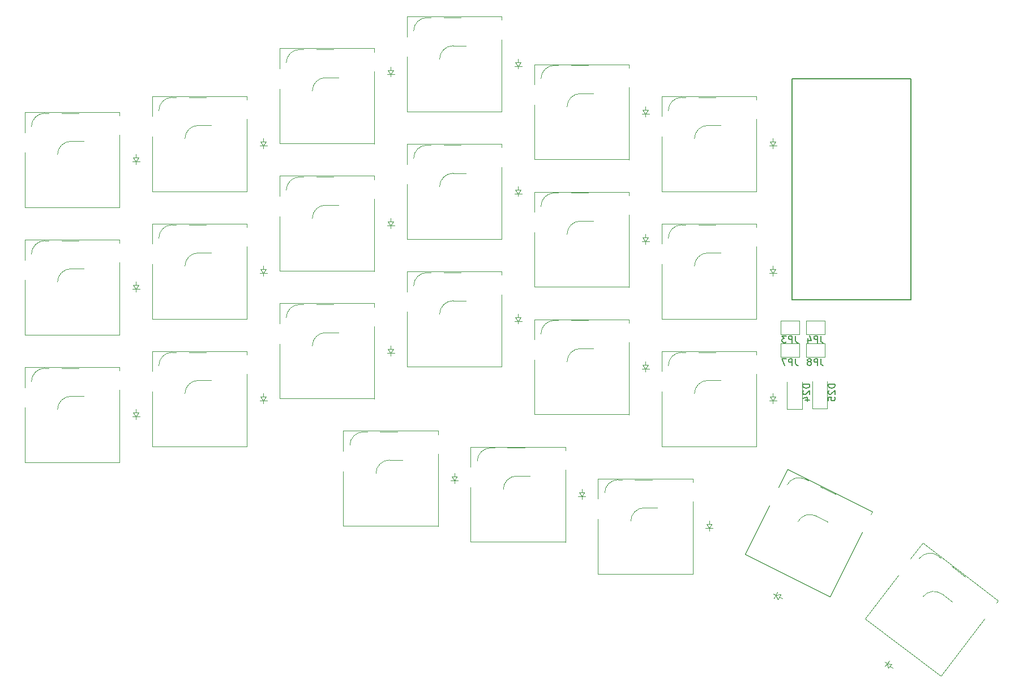
<source format=gbr>
%TF.GenerationSoftware,KiCad,Pcbnew,9.0.2*%
%TF.CreationDate,2025-06-30T19:49:53-10:00*%
%TF.ProjectId,jug,6a75672e-6b69-4636-9164-5f7063625858,rev?*%
%TF.SameCoordinates,Original*%
%TF.FileFunction,Legend,Bot*%
%TF.FilePolarity,Positive*%
%FSLAX46Y46*%
G04 Gerber Fmt 4.6, Leading zero omitted, Abs format (unit mm)*
G04 Created by KiCad (PCBNEW 9.0.2) date 2025-06-30 19:49:53*
%MOMM*%
%LPD*%
G01*
G04 APERTURE LIST*
%ADD10C,0.150000*%
%ADD11C,0.120000*%
%ADD12C,0.100000*%
G04 APERTURE END LIST*
D10*
X176961218Y-74081114D02*
X175961218Y-74081114D01*
X175961218Y-74081114D02*
X175961218Y-74319209D01*
X175961218Y-74319209D02*
X176008837Y-74462066D01*
X176008837Y-74462066D02*
X176104075Y-74557304D01*
X176104075Y-74557304D02*
X176199313Y-74604923D01*
X176199313Y-74604923D02*
X176389789Y-74652542D01*
X176389789Y-74652542D02*
X176532646Y-74652542D01*
X176532646Y-74652542D02*
X176723122Y-74604923D01*
X176723122Y-74604923D02*
X176818360Y-74557304D01*
X176818360Y-74557304D02*
X176913599Y-74462066D01*
X176913599Y-74462066D02*
X176961218Y-74319209D01*
X176961218Y-74319209D02*
X176961218Y-74081114D01*
X176056456Y-75033495D02*
X176008837Y-75081114D01*
X176008837Y-75081114D02*
X175961218Y-75176352D01*
X175961218Y-75176352D02*
X175961218Y-75414447D01*
X175961218Y-75414447D02*
X176008837Y-75509685D01*
X176008837Y-75509685D02*
X176056456Y-75557304D01*
X176056456Y-75557304D02*
X176151694Y-75604923D01*
X176151694Y-75604923D02*
X176246932Y-75604923D01*
X176246932Y-75604923D02*
X176389789Y-75557304D01*
X176389789Y-75557304D02*
X176961218Y-74985876D01*
X176961218Y-74985876D02*
X176961218Y-75604923D01*
X176294551Y-76462066D02*
X176961218Y-76462066D01*
X175913599Y-76223971D02*
X176627884Y-75985876D01*
X176627884Y-75985876D02*
X176627884Y-76604923D01*
X180761218Y-74068614D02*
X179761218Y-74068614D01*
X179761218Y-74068614D02*
X179761218Y-74306709D01*
X179761218Y-74306709D02*
X179808837Y-74449566D01*
X179808837Y-74449566D02*
X179904075Y-74544804D01*
X179904075Y-74544804D02*
X179999313Y-74592423D01*
X179999313Y-74592423D02*
X180189789Y-74640042D01*
X180189789Y-74640042D02*
X180332646Y-74640042D01*
X180332646Y-74640042D02*
X180523122Y-74592423D01*
X180523122Y-74592423D02*
X180618360Y-74544804D01*
X180618360Y-74544804D02*
X180713599Y-74449566D01*
X180713599Y-74449566D02*
X180761218Y-74306709D01*
X180761218Y-74306709D02*
X180761218Y-74068614D01*
X179856456Y-75020995D02*
X179808837Y-75068614D01*
X179808837Y-75068614D02*
X179761218Y-75163852D01*
X179761218Y-75163852D02*
X179761218Y-75401947D01*
X179761218Y-75401947D02*
X179808837Y-75497185D01*
X179808837Y-75497185D02*
X179856456Y-75544804D01*
X179856456Y-75544804D02*
X179951694Y-75592423D01*
X179951694Y-75592423D02*
X180046932Y-75592423D01*
X180046932Y-75592423D02*
X180189789Y-75544804D01*
X180189789Y-75544804D02*
X180761218Y-74973376D01*
X180761218Y-74973376D02*
X180761218Y-75592423D01*
X179761218Y-76497185D02*
X179761218Y-76020995D01*
X179761218Y-76020995D02*
X180237408Y-75973376D01*
X180237408Y-75973376D02*
X180189789Y-76020995D01*
X180189789Y-76020995D02*
X180142170Y-76116233D01*
X180142170Y-76116233D02*
X180142170Y-76354328D01*
X180142170Y-76354328D02*
X180189789Y-76449566D01*
X180189789Y-76449566D02*
X180237408Y-76497185D01*
X180237408Y-76497185D02*
X180332646Y-76544804D01*
X180332646Y-76544804D02*
X180570741Y-76544804D01*
X180570741Y-76544804D02*
X180665979Y-76497185D01*
X180665979Y-76497185D02*
X180713599Y-76449566D01*
X180713599Y-76449566D02*
X180761218Y-76354328D01*
X180761218Y-76354328D02*
X180761218Y-76116233D01*
X180761218Y-76116233D02*
X180713599Y-76020995D01*
X180713599Y-76020995D02*
X180665979Y-75973376D01*
X178633333Y-66854819D02*
X178633333Y-67569104D01*
X178633333Y-67569104D02*
X178680952Y-67711961D01*
X178680952Y-67711961D02*
X178776190Y-67807200D01*
X178776190Y-67807200D02*
X178919047Y-67854819D01*
X178919047Y-67854819D02*
X179014285Y-67854819D01*
X178157142Y-67854819D02*
X178157142Y-66854819D01*
X178157142Y-66854819D02*
X177776190Y-66854819D01*
X177776190Y-66854819D02*
X177680952Y-66902438D01*
X177680952Y-66902438D02*
X177633333Y-66950057D01*
X177633333Y-66950057D02*
X177585714Y-67045295D01*
X177585714Y-67045295D02*
X177585714Y-67188152D01*
X177585714Y-67188152D02*
X177633333Y-67283390D01*
X177633333Y-67283390D02*
X177680952Y-67331009D01*
X177680952Y-67331009D02*
X177776190Y-67378628D01*
X177776190Y-67378628D02*
X178157142Y-67378628D01*
X176728571Y-67188152D02*
X176728571Y-67854819D01*
X176966666Y-66807200D02*
X177204761Y-67521485D01*
X177204761Y-67521485D02*
X176585714Y-67521485D01*
X174833333Y-70254819D02*
X174833333Y-70969104D01*
X174833333Y-70969104D02*
X174880952Y-71111961D01*
X174880952Y-71111961D02*
X174976190Y-71207200D01*
X174976190Y-71207200D02*
X175119047Y-71254819D01*
X175119047Y-71254819D02*
X175214285Y-71254819D01*
X174357142Y-71254819D02*
X174357142Y-70254819D01*
X174357142Y-70254819D02*
X173976190Y-70254819D01*
X173976190Y-70254819D02*
X173880952Y-70302438D01*
X173880952Y-70302438D02*
X173833333Y-70350057D01*
X173833333Y-70350057D02*
X173785714Y-70445295D01*
X173785714Y-70445295D02*
X173785714Y-70588152D01*
X173785714Y-70588152D02*
X173833333Y-70683390D01*
X173833333Y-70683390D02*
X173880952Y-70731009D01*
X173880952Y-70731009D02*
X173976190Y-70778628D01*
X173976190Y-70778628D02*
X174357142Y-70778628D01*
X173452380Y-70254819D02*
X172785714Y-70254819D01*
X172785714Y-70254819D02*
X173214285Y-71254819D01*
X178633333Y-70254819D02*
X178633333Y-70969104D01*
X178633333Y-70969104D02*
X178680952Y-71111961D01*
X178680952Y-71111961D02*
X178776190Y-71207200D01*
X178776190Y-71207200D02*
X178919047Y-71254819D01*
X178919047Y-71254819D02*
X179014285Y-71254819D01*
X178157142Y-71254819D02*
X178157142Y-70254819D01*
X178157142Y-70254819D02*
X177776190Y-70254819D01*
X177776190Y-70254819D02*
X177680952Y-70302438D01*
X177680952Y-70302438D02*
X177633333Y-70350057D01*
X177633333Y-70350057D02*
X177585714Y-70445295D01*
X177585714Y-70445295D02*
X177585714Y-70588152D01*
X177585714Y-70588152D02*
X177633333Y-70683390D01*
X177633333Y-70683390D02*
X177680952Y-70731009D01*
X177680952Y-70731009D02*
X177776190Y-70778628D01*
X177776190Y-70778628D02*
X178157142Y-70778628D01*
X177014285Y-70683390D02*
X177109523Y-70635771D01*
X177109523Y-70635771D02*
X177157142Y-70588152D01*
X177157142Y-70588152D02*
X177204761Y-70492914D01*
X177204761Y-70492914D02*
X177204761Y-70445295D01*
X177204761Y-70445295D02*
X177157142Y-70350057D01*
X177157142Y-70350057D02*
X177109523Y-70302438D01*
X177109523Y-70302438D02*
X177014285Y-70254819D01*
X177014285Y-70254819D02*
X176823809Y-70254819D01*
X176823809Y-70254819D02*
X176728571Y-70302438D01*
X176728571Y-70302438D02*
X176680952Y-70350057D01*
X176680952Y-70350057D02*
X176633333Y-70445295D01*
X176633333Y-70445295D02*
X176633333Y-70492914D01*
X176633333Y-70492914D02*
X176680952Y-70588152D01*
X176680952Y-70588152D02*
X176728571Y-70635771D01*
X176728571Y-70635771D02*
X176823809Y-70683390D01*
X176823809Y-70683390D02*
X177014285Y-70683390D01*
X177014285Y-70683390D02*
X177109523Y-70731009D01*
X177109523Y-70731009D02*
X177157142Y-70778628D01*
X177157142Y-70778628D02*
X177204761Y-70873866D01*
X177204761Y-70873866D02*
X177204761Y-71064342D01*
X177204761Y-71064342D02*
X177157142Y-71159580D01*
X177157142Y-71159580D02*
X177109523Y-71207200D01*
X177109523Y-71207200D02*
X177014285Y-71254819D01*
X177014285Y-71254819D02*
X176823809Y-71254819D01*
X176823809Y-71254819D02*
X176728571Y-71207200D01*
X176728571Y-71207200D02*
X176680952Y-71159580D01*
X176680952Y-71159580D02*
X176633333Y-71064342D01*
X176633333Y-71064342D02*
X176633333Y-70873866D01*
X176633333Y-70873866D02*
X176680952Y-70778628D01*
X176680952Y-70778628D02*
X176728571Y-70731009D01*
X176728571Y-70731009D02*
X176823809Y-70683390D01*
X174833333Y-66854819D02*
X174833333Y-67569104D01*
X174833333Y-67569104D02*
X174880952Y-67711961D01*
X174880952Y-67711961D02*
X174976190Y-67807200D01*
X174976190Y-67807200D02*
X175119047Y-67854819D01*
X175119047Y-67854819D02*
X175214285Y-67854819D01*
X174357142Y-67854819D02*
X174357142Y-66854819D01*
X174357142Y-66854819D02*
X173976190Y-66854819D01*
X173976190Y-66854819D02*
X173880952Y-66902438D01*
X173880952Y-66902438D02*
X173833333Y-66950057D01*
X173833333Y-66950057D02*
X173785714Y-67045295D01*
X173785714Y-67045295D02*
X173785714Y-67188152D01*
X173785714Y-67188152D02*
X173833333Y-67283390D01*
X173833333Y-67283390D02*
X173880952Y-67331009D01*
X173880952Y-67331009D02*
X173976190Y-67378628D01*
X173976190Y-67378628D02*
X174357142Y-67378628D01*
X173452380Y-66854819D02*
X172833333Y-66854819D01*
X172833333Y-66854819D02*
X173166666Y-67235771D01*
X173166666Y-67235771D02*
X173023809Y-67235771D01*
X173023809Y-67235771D02*
X172928571Y-67283390D01*
X172928571Y-67283390D02*
X172880952Y-67331009D01*
X172880952Y-67331009D02*
X172833333Y-67426247D01*
X172833333Y-67426247D02*
X172833333Y-67664342D01*
X172833333Y-67664342D02*
X172880952Y-67759580D01*
X172880952Y-67759580D02*
X172928571Y-67807200D01*
X172928571Y-67807200D02*
X173023809Y-67854819D01*
X173023809Y-67854819D02*
X173309523Y-67854819D01*
X173309523Y-67854819D02*
X173404761Y-67807200D01*
X173404761Y-67807200D02*
X173452380Y-67759580D01*
D11*
%TO.C,D24*%
X175811400Y-73695400D02*
X175811400Y-77755400D01*
X173541400Y-77755400D02*
X173541400Y-73695400D01*
X175811400Y-77755400D02*
X173541400Y-77755400D01*
%TO.C,S21*%
X145303200Y-88195900D02*
X145303200Y-91212000D01*
X145303200Y-88195900D02*
X159503200Y-88195900D01*
X145303200Y-102395900D02*
X145303200Y-94212000D01*
X148303200Y-88352001D02*
X148903200Y-88352000D01*
X150803200Y-88352000D02*
X153403200Y-88352000D01*
X152203200Y-92552000D02*
X154153200Y-92552000D01*
X159503200Y-88195900D02*
X159503200Y-88722000D01*
X159503200Y-91612000D02*
X159503200Y-102425900D01*
X159503200Y-102395900D02*
X145303200Y-102395900D01*
X146303200Y-90352000D02*
G75*
G02*
X148303200Y-88352000I1999999J1D01*
G01*
X150203200Y-94552000D02*
G75*
G02*
X152203200Y-92552000I1999999J1D01*
G01*
%TO.C,S1*%
X59576400Y-33426000D02*
X59576400Y-36442100D01*
X59576400Y-33426000D02*
X73776400Y-33426000D01*
X59576400Y-47626000D02*
X59576400Y-39442100D01*
X62576400Y-33582101D02*
X63176400Y-33582100D01*
X65076400Y-33582100D02*
X67676400Y-33582100D01*
X66476400Y-37782100D02*
X68426400Y-37782100D01*
X73776400Y-33426000D02*
X73776400Y-33952100D01*
X73776400Y-36842100D02*
X73776400Y-47656000D01*
X73776400Y-47626000D02*
X59576400Y-47626000D01*
X60576400Y-35582100D02*
G75*
G02*
X62576400Y-33582100I1999999J1D01*
G01*
X64476400Y-39782100D02*
G75*
G02*
X66476400Y-37782100I1999999J1D01*
G01*
%TO.C,S2*%
X78626800Y-31044700D02*
X78626800Y-34060800D01*
X78626800Y-31044700D02*
X92826800Y-31044700D01*
X78626800Y-45244700D02*
X78626800Y-37060800D01*
X81626800Y-31200801D02*
X82226800Y-31200800D01*
X84126800Y-31200800D02*
X86726800Y-31200800D01*
X85526800Y-35400800D02*
X87476800Y-35400800D01*
X92826800Y-31044700D02*
X92826800Y-31570800D01*
X92826800Y-34460800D02*
X92826800Y-45274700D01*
X92826800Y-45244700D02*
X78626800Y-45244700D01*
X79626800Y-33200800D02*
G75*
G02*
X81626800Y-31200800I1999999J1D01*
G01*
X83526800Y-37400800D02*
G75*
G02*
X85526800Y-35400800I1999999J1D01*
G01*
%TO.C,S3*%
X97677200Y-23900800D02*
X97677200Y-26916900D01*
X97677200Y-23900800D02*
X111877200Y-23900800D01*
X97677200Y-38100800D02*
X97677200Y-29916900D01*
X100677200Y-24056901D02*
X101277200Y-24056900D01*
X103177200Y-24056900D02*
X105777200Y-24056900D01*
X104577200Y-28256900D02*
X106527200Y-28256900D01*
X111877200Y-23900800D02*
X111877200Y-24426900D01*
X111877200Y-27316900D02*
X111877200Y-38130800D01*
X111877200Y-38100800D02*
X97677200Y-38100800D01*
X98677200Y-26056900D02*
G75*
G02*
X100677200Y-24056900I1999999J1D01*
G01*
X102577200Y-30256900D02*
G75*
G02*
X104577200Y-28256900I1999999J1D01*
G01*
%TO.C,S4*%
X116727600Y-19138200D02*
X116727600Y-22154300D01*
X116727600Y-19138200D02*
X130927600Y-19138200D01*
X116727600Y-33338200D02*
X116727600Y-25154300D01*
X119727600Y-19294301D02*
X120327600Y-19294300D01*
X122227600Y-19294300D02*
X124827600Y-19294300D01*
X123627600Y-23494300D02*
X125577600Y-23494300D01*
X130927600Y-19138200D02*
X130927600Y-19664300D01*
X130927600Y-22554300D02*
X130927600Y-33368200D01*
X130927600Y-33338200D02*
X116727600Y-33338200D01*
X117727600Y-21294300D02*
G75*
G02*
X119727600Y-19294300I1999999J1D01*
G01*
X121627600Y-25494300D02*
G75*
G02*
X123627600Y-23494300I1999999J1D01*
G01*
%TO.C,S5*%
X135778000Y-26282100D02*
X135778000Y-29298200D01*
X135778000Y-26282100D02*
X149978000Y-26282100D01*
X135778000Y-40482100D02*
X135778000Y-32298200D01*
X138778000Y-26438201D02*
X139378000Y-26438200D01*
X141278000Y-26438200D02*
X143878000Y-26438200D01*
X142678000Y-30638200D02*
X144628000Y-30638200D01*
X149978000Y-26282100D02*
X149978000Y-26808200D01*
X149978000Y-29698200D02*
X149978000Y-40512100D01*
X149978000Y-40482100D02*
X135778000Y-40482100D01*
X136778000Y-28438200D02*
G75*
G02*
X138778000Y-26438200I1999999J1D01*
G01*
X140678000Y-32638200D02*
G75*
G02*
X142678000Y-30638200I1999999J1D01*
G01*
%TO.C,S6*%
X154828400Y-31044700D02*
X154828400Y-34060800D01*
X154828400Y-31044700D02*
X169028400Y-31044700D01*
X154828400Y-45244700D02*
X154828400Y-37060800D01*
X157828400Y-31200801D02*
X158428400Y-31200800D01*
X160328400Y-31200800D02*
X162928400Y-31200800D01*
X161728400Y-35400800D02*
X163678400Y-35400800D01*
X169028400Y-31044700D02*
X169028400Y-31570800D01*
X169028400Y-34460800D02*
X169028400Y-45274700D01*
X169028400Y-45244700D02*
X154828400Y-45244700D01*
X155828400Y-33200800D02*
G75*
G02*
X157828400Y-31200800I1999999J1D01*
G01*
X159728400Y-37400800D02*
G75*
G02*
X161728400Y-35400800I1999999J1D01*
G01*
%TO.C,S7*%
X59576400Y-52476400D02*
X59576400Y-55492500D01*
X59576400Y-52476400D02*
X73776400Y-52476400D01*
X59576400Y-66676400D02*
X59576400Y-58492500D01*
X62576400Y-52632501D02*
X63176400Y-52632500D01*
X65076400Y-52632500D02*
X67676400Y-52632500D01*
X66476400Y-56832500D02*
X68426400Y-56832500D01*
X73776400Y-52476400D02*
X73776400Y-53002500D01*
X73776400Y-55892500D02*
X73776400Y-66706400D01*
X73776400Y-66676400D02*
X59576400Y-66676400D01*
X60576400Y-54632500D02*
G75*
G02*
X62576400Y-52632500I1999999J1D01*
G01*
X64476400Y-58832500D02*
G75*
G02*
X66476400Y-56832500I1999999J1D01*
G01*
%TO.C,S8*%
X78626800Y-50095100D02*
X78626800Y-53111200D01*
X78626800Y-50095100D02*
X92826800Y-50095100D01*
X78626800Y-64295100D02*
X78626800Y-56111200D01*
X81626800Y-50251201D02*
X82226800Y-50251200D01*
X84126800Y-50251200D02*
X86726800Y-50251200D01*
X85526800Y-54451200D02*
X87476800Y-54451200D01*
X92826800Y-50095100D02*
X92826800Y-50621200D01*
X92826800Y-53511200D02*
X92826800Y-64325100D01*
X92826800Y-64295100D02*
X78626800Y-64295100D01*
X79626800Y-52251200D02*
G75*
G02*
X81626800Y-50251200I1999999J1D01*
G01*
X83526800Y-56451200D02*
G75*
G02*
X85526800Y-54451200I1999999J1D01*
G01*
%TO.C,S9*%
X97677200Y-42951200D02*
X97677200Y-45967300D01*
X97677200Y-42951200D02*
X111877200Y-42951200D01*
X97677200Y-57151200D02*
X97677200Y-48967300D01*
X100677200Y-43107301D02*
X101277200Y-43107300D01*
X103177200Y-43107300D02*
X105777200Y-43107300D01*
X104577200Y-47307300D02*
X106527200Y-47307300D01*
X111877200Y-42951200D02*
X111877200Y-43477300D01*
X111877200Y-46367300D02*
X111877200Y-57181200D01*
X111877200Y-57151200D02*
X97677200Y-57151200D01*
X98677200Y-45107300D02*
G75*
G02*
X100677200Y-43107300I1999999J1D01*
G01*
X102577200Y-49307300D02*
G75*
G02*
X104577200Y-47307300I1999999J1D01*
G01*
%TO.C,S10*%
X116727600Y-38188600D02*
X116727600Y-41204700D01*
X116727600Y-38188600D02*
X130927600Y-38188600D01*
X116727600Y-52388600D02*
X116727600Y-44204700D01*
X119727600Y-38344701D02*
X120327600Y-38344700D01*
X122227600Y-38344700D02*
X124827600Y-38344700D01*
X123627600Y-42544700D02*
X125577600Y-42544700D01*
X130927600Y-38188600D02*
X130927600Y-38714700D01*
X130927600Y-41604700D02*
X130927600Y-52418600D01*
X130927600Y-52388600D02*
X116727600Y-52388600D01*
X117727600Y-40344700D02*
G75*
G02*
X119727600Y-38344700I1999999J1D01*
G01*
X121627600Y-44544700D02*
G75*
G02*
X123627600Y-42544700I1999999J1D01*
G01*
%TO.C,S11*%
X135778000Y-45332500D02*
X135778000Y-48348600D01*
X135778000Y-45332500D02*
X149978000Y-45332500D01*
X135778000Y-59532500D02*
X135778000Y-51348600D01*
X138778000Y-45488601D02*
X139378000Y-45488600D01*
X141278000Y-45488600D02*
X143878000Y-45488600D01*
X142678000Y-49688600D02*
X144628000Y-49688600D01*
X149978000Y-45332500D02*
X149978000Y-45858600D01*
X149978000Y-48748600D02*
X149978000Y-59562500D01*
X149978000Y-59532500D02*
X135778000Y-59532500D01*
X136778000Y-47488600D02*
G75*
G02*
X138778000Y-45488600I1999999J1D01*
G01*
X140678000Y-51688600D02*
G75*
G02*
X142678000Y-49688600I1999999J1D01*
G01*
%TO.C,S12*%
X154828400Y-50095100D02*
X154828400Y-53111200D01*
X154828400Y-50095100D02*
X169028400Y-50095100D01*
X154828400Y-64295100D02*
X154828400Y-56111200D01*
X157828400Y-50251201D02*
X158428400Y-50251200D01*
X160328400Y-50251200D02*
X162928400Y-50251200D01*
X161728400Y-54451200D02*
X163678400Y-54451200D01*
X169028400Y-50095100D02*
X169028400Y-50621200D01*
X169028400Y-53511200D02*
X169028400Y-64325100D01*
X169028400Y-64295100D02*
X154828400Y-64295100D01*
X155828400Y-52251200D02*
G75*
G02*
X157828400Y-50251200I1999999J1D01*
G01*
X159728400Y-56451200D02*
G75*
G02*
X161728400Y-54451200I1999999J1D01*
G01*
%TO.C,S13*%
X59576400Y-71526800D02*
X59576400Y-74542900D01*
X59576400Y-71526800D02*
X73776400Y-71526800D01*
X59576400Y-85726800D02*
X59576400Y-77542900D01*
X62576400Y-71682901D02*
X63176400Y-71682900D01*
X65076400Y-71682900D02*
X67676400Y-71682900D01*
X66476400Y-75882900D02*
X68426400Y-75882900D01*
X73776400Y-71526800D02*
X73776400Y-72052900D01*
X73776400Y-74942900D02*
X73776400Y-85756800D01*
X73776400Y-85726800D02*
X59576400Y-85726800D01*
X60576400Y-73682900D02*
G75*
G02*
X62576400Y-71682900I1999999J1D01*
G01*
X64476400Y-77882900D02*
G75*
G02*
X66476400Y-75882900I1999999J1D01*
G01*
%TO.C,S14*%
X78626800Y-69145500D02*
X78626800Y-72161600D01*
X78626800Y-69145500D02*
X92826800Y-69145500D01*
X78626800Y-83345500D02*
X78626800Y-75161600D01*
X81626800Y-69301601D02*
X82226800Y-69301600D01*
X84126800Y-69301600D02*
X86726800Y-69301600D01*
X85526800Y-73501600D02*
X87476800Y-73501600D01*
X92826800Y-69145500D02*
X92826800Y-69671600D01*
X92826800Y-72561600D02*
X92826800Y-83375500D01*
X92826800Y-83345500D02*
X78626800Y-83345500D01*
X79626800Y-71301600D02*
G75*
G02*
X81626800Y-69301600I1999999J1D01*
G01*
X83526800Y-75501600D02*
G75*
G02*
X85526800Y-73501600I1999999J1D01*
G01*
%TO.C,S15*%
X97677200Y-62001600D02*
X97677200Y-65017700D01*
X97677200Y-62001600D02*
X111877200Y-62001600D01*
X97677200Y-76201600D02*
X97677200Y-68017700D01*
X100677200Y-62157701D02*
X101277200Y-62157700D01*
X103177200Y-62157700D02*
X105777200Y-62157700D01*
X104577200Y-66357700D02*
X106527200Y-66357700D01*
X111877200Y-62001600D02*
X111877200Y-62527700D01*
X111877200Y-65417700D02*
X111877200Y-76231600D01*
X111877200Y-76201600D02*
X97677200Y-76201600D01*
X98677200Y-64157700D02*
G75*
G02*
X100677200Y-62157700I1999999J1D01*
G01*
X102577200Y-68357700D02*
G75*
G02*
X104577200Y-66357700I1999999J1D01*
G01*
%TO.C,S16*%
X116727600Y-57239000D02*
X116727600Y-60255100D01*
X116727600Y-57239000D02*
X130927600Y-57239000D01*
X116727600Y-71439000D02*
X116727600Y-63255100D01*
X119727600Y-57395101D02*
X120327600Y-57395100D01*
X122227600Y-57395100D02*
X124827600Y-57395100D01*
X123627600Y-61595100D02*
X125577600Y-61595100D01*
X130927600Y-57239000D02*
X130927600Y-57765100D01*
X130927600Y-60655100D02*
X130927600Y-71469000D01*
X130927600Y-71439000D02*
X116727600Y-71439000D01*
X117727600Y-59395100D02*
G75*
G02*
X119727600Y-57395100I1999999J1D01*
G01*
X121627600Y-63595100D02*
G75*
G02*
X123627600Y-61595100I1999999J1D01*
G01*
%TO.C,S17*%
X135778000Y-64382900D02*
X135778000Y-67399000D01*
X135778000Y-64382900D02*
X149978000Y-64382900D01*
X135778000Y-78582900D02*
X135778000Y-70399000D01*
X138778000Y-64539001D02*
X139378000Y-64539000D01*
X141278000Y-64539000D02*
X143878000Y-64539000D01*
X142678000Y-68739000D02*
X144628000Y-68739000D01*
X149978000Y-64382900D02*
X149978000Y-64909000D01*
X149978000Y-67799000D02*
X149978000Y-78612900D01*
X149978000Y-78582900D02*
X135778000Y-78582900D01*
X136778000Y-66539000D02*
G75*
G02*
X138778000Y-64539000I1999999J1D01*
G01*
X140678000Y-70739000D02*
G75*
G02*
X142678000Y-68739000I1999999J1D01*
G01*
%TO.C,S18*%
X154828400Y-69145500D02*
X154828400Y-72161600D01*
X154828400Y-69145500D02*
X169028400Y-69145500D01*
X154828400Y-83345500D02*
X154828400Y-75161600D01*
X157828400Y-69301601D02*
X158428400Y-69301600D01*
X160328400Y-69301600D02*
X162928400Y-69301600D01*
X161728400Y-73501600D02*
X163678400Y-73501600D01*
X169028400Y-69145500D02*
X169028400Y-69671600D01*
X169028400Y-72561600D02*
X169028400Y-83375500D01*
X169028400Y-83345500D02*
X154828400Y-83345500D01*
X155828400Y-71301600D02*
G75*
G02*
X157828400Y-69301600I1999999J1D01*
G01*
X159728400Y-75501600D02*
G75*
G02*
X161728400Y-73501600I1999999J1D01*
G01*
%TO.C,S19*%
X107202400Y-81052000D02*
X107202400Y-84068100D01*
X107202400Y-81052000D02*
X121402400Y-81052000D01*
X107202400Y-95252000D02*
X107202400Y-87068100D01*
X110202400Y-81208101D02*
X110802400Y-81208100D01*
X112702400Y-81208100D02*
X115302400Y-81208100D01*
X114102400Y-85408100D02*
X116052400Y-85408100D01*
X121402400Y-81052000D02*
X121402400Y-81578100D01*
X121402400Y-84468100D02*
X121402400Y-95282000D01*
X121402400Y-95252000D02*
X107202400Y-95252000D01*
X108202400Y-83208100D02*
G75*
G02*
X110202400Y-81208100I1999999J1D01*
G01*
X112102400Y-87408100D02*
G75*
G02*
X114102400Y-85408100I1999999J1D01*
G01*
%TO.C,S20*%
X126252800Y-83433300D02*
X126252800Y-86449400D01*
X126252800Y-83433300D02*
X140452800Y-83433300D01*
X126252800Y-97633300D02*
X126252800Y-89449400D01*
X129252800Y-83589401D02*
X129852800Y-83589400D01*
X131752800Y-83589400D02*
X134352800Y-83589400D01*
X133152800Y-87789400D02*
X135102800Y-87789400D01*
X140452800Y-83433300D02*
X140452800Y-83959400D01*
X140452800Y-86849400D02*
X140452800Y-97663300D01*
X140452800Y-97633300D02*
X126252800Y-97633300D01*
X127252800Y-85589400D02*
G75*
G02*
X129252800Y-83589400I1999999J1D01*
G01*
X131152800Y-89789400D02*
G75*
G02*
X133152800Y-87789400I1999999J1D01*
G01*
%TO.C,S22*%
X173644382Y-86767249D02*
X172298605Y-89466461D01*
X173644382Y-86767249D02*
X186352450Y-93103258D01*
X167308373Y-99475317D02*
X170955550Y-92160213D01*
X176259534Y-88245543D02*
X176760697Y-88495413D01*
X178523718Y-89374422D02*
X180823699Y-90521151D01*
X177875747Y-93744438D02*
X179638768Y-94623447D01*
X186352450Y-93103258D02*
X186126630Y-93556184D01*
X184832656Y-96151494D02*
X180016441Y-105811326D01*
X180016441Y-105811326D02*
X167308373Y-99475317D01*
X173577270Y-89143015D02*
G75*
G02*
X176259534Y-88245542I1789868J-892394D01*
G01*
X175193483Y-94641911D02*
G75*
G02*
X177875747Y-93744438I1789868J-892394D01*
G01*
%TO.C,S23*%
X193869401Y-97785743D02*
X192043773Y-100186565D01*
X193869401Y-97785743D02*
X205172629Y-106380918D01*
X185274226Y-109088971D02*
X190221839Y-102582531D01*
X196162920Y-99725882D02*
X196608681Y-100064845D01*
X198176805Y-101257275D02*
X200222531Y-102812880D01*
X196725093Y-105429736D02*
X198293217Y-106622165D01*
X205172629Y-106380918D02*
X204866290Y-106783774D01*
X203110937Y-109092180D02*
X196577454Y-117684146D01*
X196577454Y-117684146D02*
X185274226Y-109088971D01*
X193360328Y-100107297D02*
G75*
G02*
X196162920Y-99725881I1592004J-1210586D01*
G01*
X193922501Y-105811152D02*
G75*
G02*
X196725093Y-105429736I1592004J-1210586D01*
G01*
D12*
%TO.C,D3*%
X113902400Y-27133800D02*
X114302400Y-27733801D01*
X114302400Y-27133799D02*
X114302400Y-26633800D01*
X114302400Y-27733801D02*
X114702400Y-27133800D01*
X114302400Y-28133800D02*
X114302400Y-27733801D01*
X114702400Y-27133800D02*
X113902400Y-27133800D01*
X114852400Y-27733800D02*
X113752400Y-27733800D01*
D11*
%TO.C,D25*%
X179611400Y-77742900D02*
X177341400Y-77742900D01*
X177341400Y-77742900D02*
X177341400Y-73682900D01*
X179611400Y-73682900D02*
X179611400Y-77742900D01*
D10*
%TO.C,U2*%
X174330000Y-28450000D02*
X174330000Y-61470000D01*
X174330000Y-28450000D02*
X192110000Y-28450000D01*
X192110000Y-28450000D02*
X192110000Y-61470000D01*
X192110000Y-61470000D02*
X174330000Y-61470000D01*
X192110000Y-61470000D02*
X174330000Y-61470000D01*
D11*
%TO.C,JP4*%
X176400000Y-66600000D02*
X179200000Y-66600000D01*
X176400000Y-64600000D02*
X176400000Y-66600000D01*
X179200000Y-66600000D02*
X179200000Y-64600000D01*
X179200000Y-64600000D02*
X176400000Y-64600000D01*
%TO.C,JP7*%
X175400000Y-68000000D02*
X172600000Y-68000000D01*
X175400000Y-70000000D02*
X175400000Y-68000000D01*
X172600000Y-68000000D02*
X172600000Y-70000000D01*
X172600000Y-70000000D02*
X175400000Y-70000000D01*
%TO.C,JP8*%
X179200000Y-68000000D02*
X176400000Y-68000000D01*
X179200000Y-70000000D02*
X179200000Y-68000000D01*
X176400000Y-68000000D02*
X176400000Y-70000000D01*
X176400000Y-70000000D02*
X179200000Y-70000000D01*
%TO.C,JP3*%
X172600000Y-66600000D02*
X175400000Y-66600000D01*
X172600000Y-64600000D02*
X172600000Y-66600000D01*
X175400000Y-66600000D02*
X175400000Y-64600000D01*
X175400000Y-64600000D02*
X172600000Y-64600000D01*
D12*
%TO.C,D16*%
X133902800Y-64645100D02*
X132802800Y-64645100D01*
X133752800Y-64045100D02*
X132952800Y-64045100D01*
X133352800Y-65045100D02*
X133352800Y-64645101D01*
X133352800Y-64645101D02*
X133752800Y-64045100D01*
X133352800Y-64045099D02*
X133352800Y-63545100D01*
X132952800Y-64045100D02*
X133352800Y-64645101D01*
%TO.C,D7*%
X76751600Y-59882500D02*
X75651600Y-59882500D01*
X76601600Y-59282500D02*
X75801600Y-59282500D01*
X76201600Y-60282500D02*
X76201600Y-59882501D01*
X76201600Y-59882501D02*
X76601600Y-59282500D01*
X76201600Y-59282499D02*
X76201600Y-58782500D01*
X75801600Y-59282500D02*
X76201600Y-59882501D01*
%TO.C,D17*%
X152953200Y-71789000D02*
X151853200Y-71789000D01*
X152803200Y-71189000D02*
X152003200Y-71189000D01*
X152403200Y-72189000D02*
X152403200Y-71789001D01*
X152403200Y-71789001D02*
X152803200Y-71189000D01*
X152403200Y-71188999D02*
X152403200Y-70689000D01*
X152003200Y-71189000D02*
X152403200Y-71789001D01*
%TO.C,D21*%
X162478400Y-95602000D02*
X161378400Y-95602000D01*
X162328400Y-95002000D02*
X161528400Y-95002000D01*
X161928400Y-96002000D02*
X161928400Y-95602001D01*
X161928400Y-95602001D02*
X162328400Y-95002000D01*
X161928400Y-95001999D02*
X161928400Y-94502000D01*
X161528400Y-95002000D02*
X161928400Y-95602001D01*
%TO.C,D6*%
X172003600Y-38450800D02*
X170903600Y-38450800D01*
X171853600Y-37850800D02*
X171053600Y-37850800D01*
X171453600Y-38850800D02*
X171453600Y-38450801D01*
X171453600Y-38450801D02*
X171853600Y-37850800D01*
X171453600Y-37850799D02*
X171453600Y-37350800D01*
X171053600Y-37850800D02*
X171453600Y-38450801D01*
%TO.C,D18*%
X172003600Y-76551600D02*
X170903600Y-76551600D01*
X171853600Y-75951600D02*
X171053600Y-75951600D01*
X171453600Y-76951600D02*
X171453600Y-76551601D01*
X171453600Y-76551601D02*
X171853600Y-75951600D01*
X171453600Y-75951599D02*
X171453600Y-75451600D01*
X171053600Y-75951600D02*
X171453600Y-76551601D01*
%TO.C,D1*%
X76751600Y-40832100D02*
X75651600Y-40832100D01*
X76601600Y-40232100D02*
X75801600Y-40232100D01*
X76201600Y-41232100D02*
X76201600Y-40832101D01*
X76201600Y-40832101D02*
X76601600Y-40232100D01*
X76201600Y-40232099D02*
X76201600Y-39732100D01*
X75801600Y-40232100D02*
X76201600Y-40832101D01*
%TO.C,D10*%
X133902800Y-45594700D02*
X132802800Y-45594700D01*
X133752800Y-44994700D02*
X132952800Y-44994700D01*
X133352800Y-45994700D02*
X133352800Y-45594701D01*
X133352800Y-45594701D02*
X133752800Y-44994700D01*
X133352800Y-44994699D02*
X133352800Y-44494700D01*
X132952800Y-44994700D02*
X133352800Y-45594701D01*
%TO.C,D15*%
X114852400Y-69407700D02*
X113752400Y-69407700D01*
X114702400Y-68807700D02*
X113902400Y-68807700D01*
X114302400Y-69807700D02*
X114302400Y-69407701D01*
X114302400Y-69407701D02*
X114702400Y-68807700D01*
X114302400Y-68807699D02*
X114302400Y-68307700D01*
X113902400Y-68807700D02*
X114302400Y-69407701D01*
%TO.C,D12*%
X172003600Y-57501200D02*
X170903600Y-57501200D01*
X171853600Y-56901200D02*
X171053600Y-56901200D01*
X171453600Y-57901200D02*
X171453600Y-57501201D01*
X171453600Y-57501201D02*
X171853600Y-56901200D01*
X171453600Y-56901199D02*
X171453600Y-56401200D01*
X171053600Y-56901200D02*
X171453600Y-57501201D01*
%TO.C,D22*%
X172602214Y-105503575D02*
X171886773Y-105593831D01*
X172423735Y-105861551D02*
X172871202Y-106084649D01*
X172245255Y-106219524D02*
X172602214Y-105503575D01*
X171886773Y-105593831D02*
X172245255Y-106219524D01*
X171641365Y-106086045D02*
X172132183Y-105101618D01*
X171528800Y-105415352D02*
X171886773Y-105593831D01*
%TO.C,D9*%
X114852400Y-50357300D02*
X113752400Y-50357300D01*
X114702400Y-49757300D02*
X113902400Y-49757300D01*
X114302400Y-50757300D02*
X114302400Y-50357301D01*
X114302400Y-50357301D02*
X114702400Y-49757300D01*
X114302400Y-49757299D02*
X114302400Y-49257300D01*
X113902400Y-49757300D02*
X114302400Y-50357301D01*
%TO.C,D2*%
X95802000Y-38450800D02*
X94702000Y-38450800D01*
X95652000Y-37850800D02*
X94852000Y-37850800D01*
X95252000Y-38850800D02*
X95252000Y-38450801D01*
X95252000Y-38450801D02*
X95652000Y-37850800D01*
X95252000Y-37850799D02*
X95252000Y-37350800D01*
X94852000Y-37850800D02*
X95252000Y-38450801D01*
%TO.C,D20*%
X143428000Y-90839400D02*
X142328000Y-90839400D01*
X143278000Y-90239400D02*
X142478000Y-90239400D01*
X142878000Y-91239400D02*
X142878000Y-90839401D01*
X142878000Y-90839401D02*
X143278000Y-90239400D01*
X142878000Y-90239399D02*
X142878000Y-89739400D01*
X142478000Y-90239400D02*
X142878000Y-90839401D01*
%TO.C,D13*%
X76751600Y-78932900D02*
X75651600Y-78932900D01*
X76601600Y-78332900D02*
X75801600Y-78332900D01*
X76201600Y-79332900D02*
X76201600Y-78932901D01*
X76201600Y-78932901D02*
X76601600Y-78332900D01*
X76201600Y-78332899D02*
X76201600Y-77832900D01*
X75801600Y-78332900D02*
X76201600Y-78932901D01*
%TO.C,D11*%
X152953200Y-52738600D02*
X151853200Y-52738600D01*
X152803200Y-52138600D02*
X152003200Y-52138600D01*
X152403200Y-53138600D02*
X152403200Y-52738601D01*
X152403200Y-52738601D02*
X152803200Y-52138600D01*
X152403200Y-52138599D02*
X152403200Y-51638600D01*
X152003200Y-52138600D02*
X152403200Y-52738601D01*
%TO.C,D5*%
X152953200Y-33688200D02*
X151853200Y-33688200D01*
X152803200Y-33088200D02*
X152003200Y-33088200D01*
X152403200Y-34088200D02*
X152403200Y-33688201D01*
X152403200Y-33688201D02*
X152803200Y-33088200D01*
X152403200Y-33088199D02*
X152403200Y-32588200D01*
X152003200Y-33088200D02*
X152403200Y-33688201D01*
%TO.C,D14*%
X95802000Y-76551600D02*
X94702000Y-76551600D01*
X95652000Y-75951600D02*
X94852000Y-75951600D01*
X95252000Y-76951600D02*
X95252000Y-76551601D01*
X95252000Y-76551601D02*
X95652000Y-75951600D01*
X95252000Y-75951599D02*
X95252000Y-75451600D01*
X94852000Y-75951600D02*
X95252000Y-76551601D01*
%TO.C,D8*%
X95802000Y-57501200D02*
X94702000Y-57501200D01*
X95652000Y-56901200D02*
X94852000Y-56901200D01*
X95252000Y-57901200D02*
X95252000Y-57501201D01*
X95252000Y-57501201D02*
X95652000Y-56901200D01*
X95252000Y-56901199D02*
X95252000Y-56401200D01*
X94852000Y-56901200D02*
X95252000Y-57501201D01*
%TO.C,D19*%
X124377600Y-88458100D02*
X123277600Y-88458100D01*
X124227600Y-87858100D02*
X123427600Y-87858100D01*
X123827600Y-88858100D02*
X123827600Y-88458101D01*
X123827600Y-88458101D02*
X124227600Y-87858100D01*
X123827600Y-87858099D02*
X123827600Y-87358100D01*
X123427600Y-87858100D02*
X123827600Y-88458101D01*
%TO.C,D4*%
X133902800Y-26544300D02*
X132802800Y-26544300D01*
X133752800Y-25944300D02*
X132952800Y-25944300D01*
X133352800Y-26944300D02*
X133352800Y-26544301D01*
X133352800Y-26544301D02*
X133752800Y-25944300D01*
X133352800Y-25944299D02*
X133352800Y-25444300D01*
X132952800Y-25944300D02*
X133352800Y-26544301D01*
%TO.C,D23*%
X189242560Y-115886780D02*
X188523258Y-115835724D01*
X188997673Y-116203056D02*
X189393017Y-116509164D01*
X188752786Y-116519331D02*
X189242560Y-115886780D01*
X188523258Y-115835724D02*
X188752786Y-116519331D01*
X188206983Y-115590838D02*
X188523258Y-115835724D01*
X188186539Y-116270604D02*
X188859979Y-115400846D01*
%TD*%
M02*

</source>
